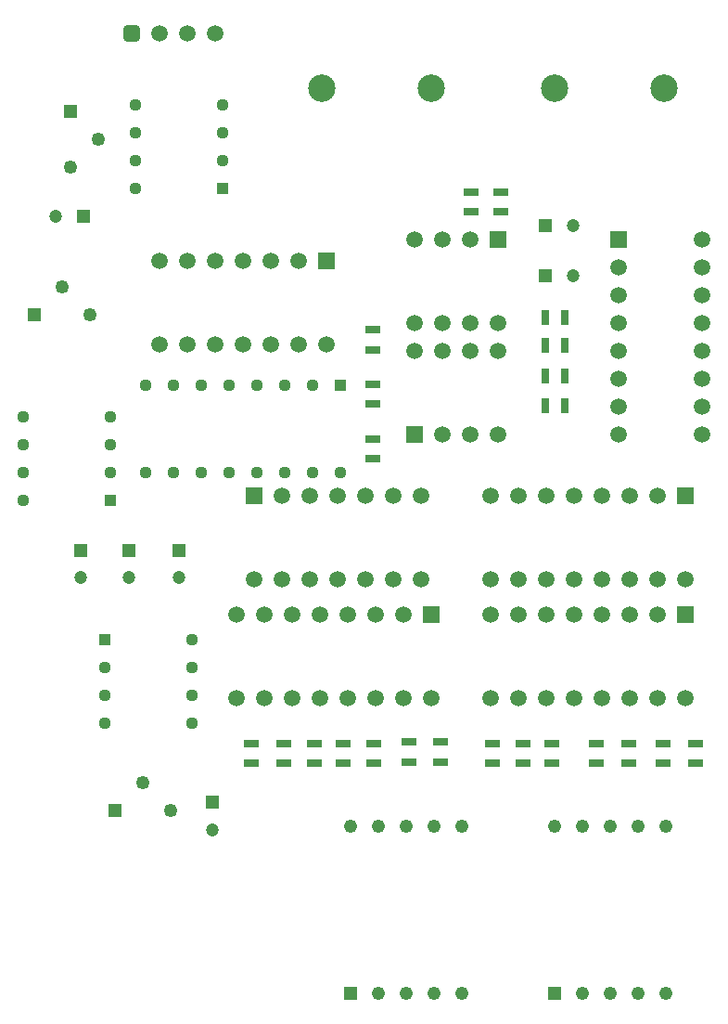
<source format=gbr>
%TF.GenerationSoftware,Altium Limited,Altium Designer,23.5.1 (21)*%
G04 Layer_Color=255*
%FSLAX45Y45*%
%MOMM*%
%TF.SameCoordinates,7ECB1A03-3DEC-426C-BD6E-5A7E68E82EE6*%
%TF.FilePolarity,Positive*%
%TF.FileFunction,Pads,Top*%
%TF.Part,Single*%
G01*
G75*
%TA.AperFunction,SMDPad,CuDef*%
G04:AMPARAMS|DCode=10|XSize=1.3mm|YSize=0.76mm|CornerRadius=0.095mm|HoleSize=0mm|Usage=FLASHONLY|Rotation=90.000|XOffset=0mm|YOffset=0mm|HoleType=Round|Shape=RoundedRectangle|*
%AMROUNDEDRECTD10*
21,1,1.30000,0.57000,0,0,90.0*
21,1,1.11000,0.76000,0,0,90.0*
1,1,0.19000,0.28500,0.55500*
1,1,0.19000,0.28500,-0.55500*
1,1,0.19000,-0.28500,-0.55500*
1,1,0.19000,-0.28500,0.55500*
%
%ADD10ROUNDEDRECTD10*%
G04:AMPARAMS|DCode=11|XSize=1.3mm|YSize=0.76mm|CornerRadius=0.095mm|HoleSize=0mm|Usage=FLASHONLY|Rotation=0.000|XOffset=0mm|YOffset=0mm|HoleType=Round|Shape=RoundedRectangle|*
%AMROUNDEDRECTD11*
21,1,1.30000,0.57000,0,0,0.0*
21,1,1.11000,0.76000,0,0,0.0*
1,1,0.19000,0.55500,-0.28500*
1,1,0.19000,-0.55500,-0.28500*
1,1,0.19000,-0.55500,0.28500*
1,1,0.19000,0.55500,0.28500*
%
%ADD11ROUNDEDRECTD11*%
%TA.AperFunction,ComponentPad*%
%ADD13R,1.50000X1.50000*%
%ADD14C,1.50000*%
%ADD15C,1.13000*%
%ADD16R,1.13000X1.13000*%
%ADD17R,1.13000X1.13000*%
%ADD18R,1.21800X1.21800*%
%ADD19C,1.21800*%
%ADD20C,1.20000*%
%ADD21R,1.20000X1.20000*%
%ADD22C,1.25000*%
%ADD23R,1.25000X1.25000*%
%ADD24R,1.25000X1.25000*%
%ADD25R,1.50000X1.50000*%
%ADD26R,1.20000X1.20000*%
%ADD27C,1.52000*%
G04:AMPARAMS|DCode=28|XSize=1.52mm|YSize=1.52mm|CornerRadius=0.38mm|HoleSize=0mm|Usage=FLASHONLY|Rotation=0.000|XOffset=0mm|YOffset=0mm|HoleType=Round|Shape=RoundedRectangle|*
%AMROUNDEDRECTD28*
21,1,1.52000,0.76000,0,0,0.0*
21,1,0.76000,1.52000,0,0,0.0*
1,1,0.76000,0.38000,-0.38000*
1,1,0.76000,-0.38000,-0.38000*
1,1,0.76000,-0.38000,0.38000*
1,1,0.76000,0.38000,0.38000*
%
%ADD28ROUNDEDRECTD28*%
%ADD29C,2.50000*%
D10*
X5296000Y5765800D02*
D03*
X5117000D02*
D03*
X5116900Y6311900D02*
D03*
X5295900D02*
D03*
X5116900Y6565900D02*
D03*
X5295900D02*
D03*
X5297000Y6032500D02*
D03*
X5118000D02*
D03*
D11*
X4635500Y2680800D02*
D03*
Y2501800D02*
D03*
X4914900Y2680800D02*
D03*
Y2501800D02*
D03*
X5181600Y2680800D02*
D03*
Y2501800D02*
D03*
X5880100Y2680800D02*
D03*
Y2501800D02*
D03*
X5588000Y2680800D02*
D03*
Y2501800D02*
D03*
X3543300Y5461000D02*
D03*
Y5282000D02*
D03*
Y5957400D02*
D03*
Y5778400D02*
D03*
Y6452700D02*
D03*
Y6273700D02*
D03*
X4711700Y7710000D02*
D03*
Y7531000D02*
D03*
X4445000Y7710000D02*
D03*
Y7531000D02*
D03*
X6489700Y2680800D02*
D03*
Y2501800D02*
D03*
X6197600Y2680800D02*
D03*
Y2501800D02*
D03*
X3276600Y2680900D02*
D03*
Y2501900D02*
D03*
X2438400Y2680900D02*
D03*
Y2501900D02*
D03*
X2730500Y2680900D02*
D03*
Y2501900D02*
D03*
X3009900Y2680900D02*
D03*
Y2501900D02*
D03*
X3873500Y2693500D02*
D03*
Y2514500D02*
D03*
X4165600Y2693500D02*
D03*
Y2514500D02*
D03*
X3556000Y2680800D02*
D03*
Y2501800D02*
D03*
D13*
X6400800Y3860800D02*
D03*
X2463800Y4940300D02*
D03*
X4076700Y3860800D02*
D03*
X3124200Y7086600D02*
D03*
X6400800Y4940300D02*
D03*
X3924300Y5496225D02*
D03*
X4686300Y7277100D02*
D03*
D14*
X6146800Y3860800D02*
D03*
X5892800D02*
D03*
X5638800D02*
D03*
X5384800D02*
D03*
X5130800D02*
D03*
X4876800D02*
D03*
X4622800D02*
D03*
X6400800Y3098800D02*
D03*
X6146800D02*
D03*
X5892800D02*
D03*
X5638800D02*
D03*
X5384800D02*
D03*
X5130800D02*
D03*
X4876800D02*
D03*
X4622800D02*
D03*
X3987800Y4178300D02*
D03*
X3733800D02*
D03*
X3479800D02*
D03*
X3225800D02*
D03*
X2971800D02*
D03*
X2717800D02*
D03*
X2463800D02*
D03*
X3987800Y4940300D02*
D03*
X3733800D02*
D03*
X3479800D02*
D03*
X3225800D02*
D03*
X2971800D02*
D03*
X2717800D02*
D03*
X3822700Y3860800D02*
D03*
X3568700D02*
D03*
X3314700D02*
D03*
X3060700D02*
D03*
X2806700D02*
D03*
X2552700D02*
D03*
X2298700D02*
D03*
X4076700Y3098800D02*
D03*
X3822700D02*
D03*
X3568700D02*
D03*
X3314700D02*
D03*
X3060700D02*
D03*
X2806700D02*
D03*
X2552700D02*
D03*
X2298700D02*
D03*
X2870200Y7086600D02*
D03*
X2616200D02*
D03*
X2362200D02*
D03*
X2108200D02*
D03*
X1854200D02*
D03*
X1600200D02*
D03*
X3124200Y6324600D02*
D03*
X2870200D02*
D03*
X2616200D02*
D03*
X2362200D02*
D03*
X2108200D02*
D03*
X1854200D02*
D03*
X1600200D02*
D03*
X5791200Y7023100D02*
D03*
Y6769100D02*
D03*
Y6515100D02*
D03*
Y6261100D02*
D03*
Y6007100D02*
D03*
Y5753100D02*
D03*
Y5499100D02*
D03*
X6553200Y7277100D02*
D03*
Y7023100D02*
D03*
Y6769100D02*
D03*
Y6515100D02*
D03*
Y6261100D02*
D03*
Y6007100D02*
D03*
Y5753100D02*
D03*
Y5499100D02*
D03*
X6146800Y4940300D02*
D03*
X5892800D02*
D03*
X5638800D02*
D03*
X5384800D02*
D03*
X5130800D02*
D03*
X4876800D02*
D03*
X4622800D02*
D03*
X6400800Y4178300D02*
D03*
X6146800D02*
D03*
X5892800D02*
D03*
X5638800D02*
D03*
X5384800D02*
D03*
X5130800D02*
D03*
X4876800D02*
D03*
X4622800D02*
D03*
X4686300Y6258225D02*
D03*
X4432300D02*
D03*
X4178300D02*
D03*
X3924300D02*
D03*
X4686300Y5496225D02*
D03*
X4432300D02*
D03*
X4178300D02*
D03*
X3924300Y6515100D02*
D03*
X4178300D02*
D03*
X4432300D02*
D03*
X4686300D02*
D03*
X3924300Y7277100D02*
D03*
X4178300D02*
D03*
X4432300D02*
D03*
D15*
X3246700Y5156200D02*
D03*
X2992700D02*
D03*
X2738700D02*
D03*
X2484700D02*
D03*
X2230700D02*
D03*
X1976700D02*
D03*
X1722700D02*
D03*
X1468700D02*
D03*
Y5950200D02*
D03*
X1722700D02*
D03*
X1976700D02*
D03*
X2230700D02*
D03*
X2484700D02*
D03*
X2738700D02*
D03*
X2992700D02*
D03*
X355600Y4902200D02*
D03*
Y5156200D02*
D03*
Y5410200D02*
D03*
Y5664200D02*
D03*
X1149600D02*
D03*
Y5410200D02*
D03*
Y5156200D02*
D03*
X1892300Y3632200D02*
D03*
Y3378200D02*
D03*
Y3124200D02*
D03*
Y2870200D02*
D03*
X1098300D02*
D03*
Y3124200D02*
D03*
Y3378200D02*
D03*
X1381000Y7747000D02*
D03*
Y8001000D02*
D03*
Y8255000D02*
D03*
Y8509000D02*
D03*
X2175000D02*
D03*
Y8255000D02*
D03*
Y8001000D02*
D03*
D16*
X3246700Y5950200D02*
D03*
D17*
X1149600Y4902200D02*
D03*
X1098300Y3632200D02*
D03*
X2175000Y7747000D02*
D03*
D18*
X3340100Y406400D02*
D03*
X5207000D02*
D03*
D19*
X3594100D02*
D03*
X3848100D02*
D03*
X4102100D02*
D03*
X4356100D02*
D03*
Y1930400D02*
D03*
X4102100D02*
D03*
X3848100D02*
D03*
X3594100D02*
D03*
X3340100D02*
D03*
X5461000Y406400D02*
D03*
X5715000D02*
D03*
X5969000D02*
D03*
X6223000D02*
D03*
Y1930400D02*
D03*
X5969000D02*
D03*
X5715000D02*
D03*
X5461000D02*
D03*
X5207000D02*
D03*
D20*
X2082800Y1896300D02*
D03*
X5370100Y7404100D02*
D03*
Y6946900D02*
D03*
X1778000Y4195000D02*
D03*
X1320800D02*
D03*
X876300D02*
D03*
X649700Y7493000D02*
D03*
D21*
X2082800Y2146300D02*
D03*
X1778000Y4445000D02*
D03*
X1320800D02*
D03*
X876300D02*
D03*
D22*
X965200Y6591300D02*
D03*
X711200Y6845300D02*
D03*
X787400Y7937500D02*
D03*
X1041400Y8191500D02*
D03*
X1701800Y2070100D02*
D03*
X1447800Y2324100D02*
D03*
D23*
X457200Y6591300D02*
D03*
X1193800Y2070100D02*
D03*
D24*
X787400Y8445500D02*
D03*
D25*
X5791200Y7277100D02*
D03*
D26*
X5120100Y7404100D02*
D03*
Y6946900D02*
D03*
X899700Y7493000D02*
D03*
D27*
X1600200Y9156700D02*
D03*
X1854200D02*
D03*
X2108200D02*
D03*
D28*
X1346200D02*
D03*
D29*
X4076700Y8661400D02*
D03*
X3076700D02*
D03*
X6202300D02*
D03*
X5202300D02*
D03*
%TF.MD5,8d1f9dc38c11d4ebcd933670f6c70fb7*%
M02*

</source>
